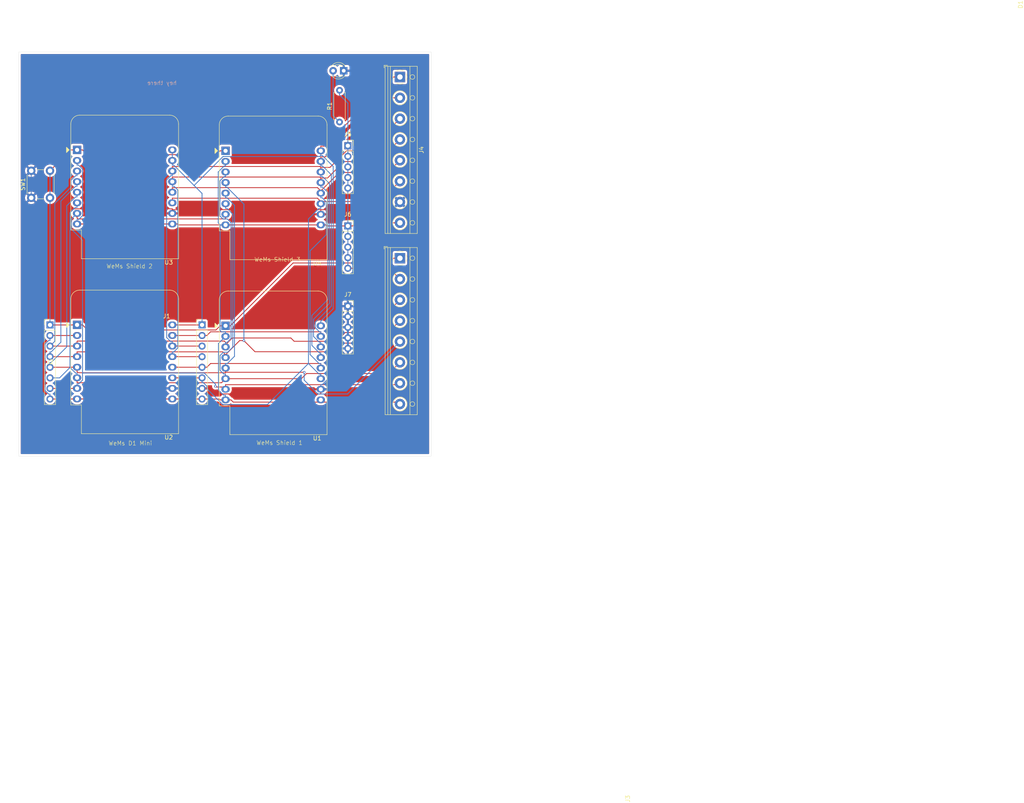
<source format=kicad_pcb>
(kicad_pcb (version 20240108) (generator "pcbnew") (generator_version "8.0")
  (layers (0 "F.Cu" signal) (31 "B.Cu" signal) (34 "B.Paste" user) (35 "F.Paste" user) (36 "B.SilkS" user "B.Silkscreen") (37 "F.SilkS" user "F.Silkscreen") (38 "B.Mask" user) (39 "F.Mask" user) (44 "Edge.Cuts" user))
  (net 0 "")
  (net 1 "Net-(D1-A)")
  (net 2 "GND")
  (net 3 "Net-(J1-Pin_1)")
  (net 4 "Net-(J1-Pin_4)")
  (net 5 "Net-(J1-Pin_8)")
  (net 6 "Net-(J1-Pin_2)")
  (net 7 "Net-(J1-Pin_6)")
  (net 8 "Net-(J1-Pin_3)")
  (net 9 "Net-(J1-Pin_5)")
  (net 10 "Net-(J2-Pin_7)")
  (net 11 "Net-(J2-Pin_3)")
  (net 12 "Net-(J2-Pin_6)")
  (net 13 "Net-(J2-Pin_4)")
  (net 14 "Net-(J2-Pin_1)")
  (net 15 "Net-(J2-Pin_5)")
  (footprint "Connector_PinSocket_2.54mm:PinSocket_1x05_P2.54mm_Vertical" (layer "F.Cu") (at 187 68.25)
    (property "Reference" "J6")
    (property "Value" "Conn_01x05_Pin  - 3.3v")
  )
  (footprint "Module:WEMOS_D1_mini_light" (layer "F.Cu") (at 122 50)
    (property "Reference" "U3")
    (property "Value" "WeMos_D1_mini")
  )
  (footprint "TerminalBlock_RND:TerminalBlock_RND_205-00018_1x08_P5.00mm_Horizontal" (layer "F.Cu") (at 199.5 32.5 -90)
    (property "Reference" "J4")
    (property "Value" "Conn_01x08_Pin - R")
  )
  (footprint "Module:WEMOS_D1_mini_light" (layer "F.Cu") (at 122 92)
    (property "Reference" "U2")
    (property "Value" "WeMos_D1_mini")
  )
  (footprint "Module:WEMOS_D1_mini_light" (layer "F.Cu") (at 157.64 50.22)
    (property "Reference" "U4")
    (property "Value" "WeMos_D1_mini")
  )
  (footprint "Connector_PinHeader_2.54mm:PinHeader_1x08_P2.54mm_Vertical" (layer "F.Cu") (at 115.5 92.015)
    (property "Reference" "J2")
    (property "Value" "Conn_01x08_Pin - L")
  )
  (footprint "Resistor_THT:R_Axial_DIN0207_L6.3mm_D2.5mm_P7.62mm_Horizontal" (layer "F.Cu") (at 185 43.31 90)
    (property "Reference" "R1")
    (property "Value" "R")
  )
  (footprint "Connector_PinSocket_2.54mm:PinSocket_1x05_P2.54mm_Vertical" (layer "F.Cu") (at 187 49)
    (property "Reference" "J5")
    (property "Value" "Conn_01x05_Pin - 5v")
  )
  (footprint "Connector_PinHeader_2.54mm:PinHeader_1x08_P2.54mm_Vertical" (layer "F.Cu") (at 152 92.015)
    (property "Reference" "J1")
    (property "Value" "Conn_01x08_Pin - R")
  )
  (footprint "LED_THT:LED_D3.0mm" (layer "F.Cu") (at 186 31 180)
    (property "Reference" "D1")
    (property "Value" "LED")
  )
  (footprint "TerminalBlock_RND:TerminalBlock_RND_205-00018_1x08_P5.00mm_Horizontal" (layer "F.Cu") (at 199.5 76 -90)
    (property "Reference" "J3")
    (property "Value" "Conn_01x08_Pin - L")
  )
  (footprint "Module:WEMOS_D1_mini_light" (layer "F.Cu") (at 157.64 92.22)
    (property "Reference" "U1")
    (property "Value" "WeMos_D1_mini")
  )
  (footprint "Button_Switch_THT:SW_PUSH_6mm_H5mm" (layer "F.Cu") (at 111 61.5 90)
    (property "Reference" "SW1")
    (property "Value" "SW_Push")
  )
  (footprint "Connector_PinSocket_2.54mm:PinSocket_1x05_P2.54mm_Vertical" (layer "F.Cu") (at 187 87.5)
    (property "Reference" "J7")
    (property "Value" "Conn_01x05_Pin - G")
  )
  (gr_rect (start 108 26.5) (end 207 123.5) (stroke (width 0.05)) (fill none) (layer "Edge.Cuts"))
  (gr_text "hey there\n" (at 146 34.5 0) (layer "B.SilkS") (effects (font (size 1 1) (thickness 0.1)) (justify left bottom mirror)))
  (gr_text "WeMs Shield 3\n\n" (at 164.5 78.5 0) (layer "F.SilkS") (effects (font (size 1 1) (thickness 0.1)) (justify left bottom)))
  (gr_text "WeMs Shield 2\n" (at 129 78.5 0) (layer "F.SilkS") (effects (font (size 1 1) (thickness 0.1)) (justify left bottom)))
  (gr_text "WeMs D1 Mini\n" (at 129.5 121 0) (layer "F.SilkS") (effects (font (size 1 1) (thickness 0.1)) (justify left bottom)))
  (gr_text "WeMs Shield 1\n\n" (at 165 122.5 0) (layer "F.SilkS") (effects (font (size 1 1) (thickness 0.1)) (justify left bottom)))
  (segment (start 183.46 41.77) (end 185 43.31) (width 0.2) (layer "B.Cu") (net 1))
  (segment (start 183.46 31) (end 183.46 41.77) (width 0.2) (layer "B.Cu") (net 1))
  (segment (start 113.6383 64.1383) (end 144.86 64.1383) (width 0.2) (layer "F.Cu") (net 2))
  (segment (start 180.4908 64.3491) (end 180.5 64.3583) (width 0.2) (layer "F.Cu") (net 2))
  (segment (start 199.5 62.5) (end 197.6417 64.3583) (width 0.2) (layer "F.Cu") (net 2))
  (segment (start 180.5 65.46) (end 180.5 64.3583) (width 0.2) (layer "F.Cu") (net 2))
  (segment (start 146.1767 107.255) (end 146.1617 107.24) (width 0.2) (layer "F.Cu") (net 2))
  (segment (start 144.86 64.3491) (end 180.4908 64.3491) (width 0.2) (layer "F.Cu") (net 2))
  (segment (start 152 107.255) (end 146.1767 107.255) (width 0.2) (layer "F.Cu") (net 2))
  (segment (start 154.4584 108.5617) (end 153.1517 107.255) (width 0.2) (layer "F.Cu") (net 2))
  (segment (start 144.86 65.24) (end 144.86 64.3491) (width 0.2) (layer "F.Cu") (net 2))
  (segment (start 111 61.5) (end 113.6383 64.1383) (width 0.2) (layer "F.Cu") (net 2))
  (segment (start 180.5 107.46) (end 180.5 108.5617) (width 0.2) (layer "F.Cu") (net 2))
  (segment (start 144.86 107.24) (end 146.1617 107.24) (width 0.2) (layer "F.Cu") (net 2))
  (segment (start 152 107.255) (end 153.1517 107.255) (width 0.2) (layer "F.Cu") (net 2))
  (segment (start 144.86 64.3491) (end 144.86 64.1383) (width 0.2) (layer "F.Cu") (net 2))
  (segment (start 180.5 108.5617) (end 154.4584 108.5617) (width 0.2) (layer "F.Cu") (net 2))
  (segment (start 197.6417 64.3583) (end 180.5 64.3583) (width 0.2) (layer "F.Cu") (net 2))
  (segment (start 180.8283 106.3583) (end 180.5 106.3583) (width 0.2) (layer "B.Cu") (net 2))
  (segment (start 187 87.5) (end 187 86.3483) (width 0.2) (layer "B.Cu") (net 2))
  (segment (start 188.1517 51.1517) (end 199.5 62.5) (width 0.2) (layer "B.Cu") (net 2))
  (segment (start 180.5 107.46) (end 180.5 106.3583) (width 0.2) (layer "B.Cu") (net 2))
  (segment (start 111 55) (end 111 61.5) (width 0.2) (layer "B.Cu") (net 2))
  (segment (start 188.1517 85.1966) (end 188.1517 73.8483) (width 0.2) (layer "B.Cu") (net 2))
  (segment (start 186 32.2017) (end 188.1517 34.3534) (width 0.2) (layer "B.Cu") (net 2))
  (segment (start 187 95.12) (end 187 97.66) (width 0.2) (layer "B.Cu") (net 2))
  (segment (start 187 92.58) (end 187 90.04) (width 0.2) (layer "B.Cu") (net 2))
  (segment (start 188.1517 34.3534) (end 188.1517 51.1517) (width 0.2) (layer "B.Cu") (net 2))
  (segment (start 187 100.1866) (end 180.8283 106.3583) (width 0.2) (layer "B.Cu") (net 2))
  (segment (start 187 95.12) (end 187 92.58) (width 0.2) (layer "B.Cu") (net 2))
  (segment (start 188.1517 73.8483) (end 199.5 62.5) (width 0.2) (layer "B.Cu") (net 2))
  (segment (start 187 86.3483) (end 188.1517 85.1966) (width 0.2) (layer "B.Cu") (net 2))
  (segment (start 187 90.04) (end 187 87.5) (width 0.2) (layer "B.Cu") (net 2))
  (segment (start 187 97.66) (end 187 100.1866) (width 0.2) (layer "B.Cu") (net 2))
  (segment (start 186 31) (end 186 32.2017) (width 0.2) (layer "B.Cu") (net 2))
  (segment (start 146.1767 92.015) (end 146.1617 92) (width 0.2) (layer "F.Cu") (net 3))
  (segment (start 180.5 50.22) (end 180.5 49.1183) (width 0.2) (layer "F.Cu") (net 3))
  (segment (start 144.86 92) (end 146.1617 92) (width 0.2) (layer "F.Cu") (net 3))
  (segment (start 197.9483 32.5) (end 181.33 49.1183) (width 0.2) (layer "F.Cu") (net 3))
  (segment (start 181.33 49.1183) (end 180.5 49.1183) (width 0.2) (layer "F.Cu") (net 3))
  (segment (start 152 92.015) (end 146.1767 92.015) (width 0.2) (layer "F.Cu") (net 3))
  (segment (start 199.5 32.5) (end 197.9483 32.5) (width 0.2) (layer "F.Cu") (net 3))
  (segment (start 180.5 50.22) (end 180.5 51.3217) (width 0.2) (layer "B.Cu") (net 3))
  (segment (start 152 92.015) (end 152 60.4534) (width 0.2) (layer "B.Cu") (net 3))
  (segment (start 183.4858 88.1325) (end 183.4858 53.9792) (width 0.2) (layer "B.Cu") (net 3))
  (segment (start 180.5 92.22) (end 180.5 91.1183) (width 0.2) (layer "B.Cu") (net 3))
  (segment (start 144.86 52.54) (end 144.86 53.6417) (width 0.2) (layer "B.Cu") (net 3))
  (segment (start 180.2317 51.59) (end 157.0417 51.59) (width 0.2) (layer "B.Cu") (net 3))
  (segment (start 157.0417 51.59) (end 150.0892 58.5425) (width 0.2) (layer "B.Cu") (net 3))
  (segment (start 180.5 91.1183) (end 183.4858 88.1325) (width 0.2) (layer "B.Cu") (net 3))
  (segment (start 150.0892 58.5425) (end 145.1883 53.6417) (width 0.2) (layer "B.Cu") (net 3))
  (segment (start 144.86 50) (end 144.86 52.54) (width 0.2) (layer "B.Cu") (net 3))
  (segment (start 180.5 51.3217) (end 180.2317 51.59) (width 0.2) (layer "B.Cu") (net 3))
  (segment (start 180.8283 51.3217) (end 180.5 51.3217) (width 0.2) (layer "B.Cu") (net 3))
  (segment (start 152 60.4534) (end 150.0892 58.5425) (width 0.2) (layer "B.Cu") (net 3))
  (segment (start 183.4858 53.9792) (end 180.8283 51.3217) (width 0.2) (layer "B.Cu") (net 3))
  (segment (start 145.1883 53.6417) (end 144.86 53.6417) (width 0.2) (layer "B.Cu") (net 3))
  (segment (start 182.1301 56.7383) (end 180.5 56.7383) (width 0.2) (layer "F.Cu") (net 4))
  (segment (start 144.86 99.62) (end 146.1617 99.62) (width 0.2) (layer "F.Cu") (net 4))
  (segment (start 199.5 47.5) (end 194.19 52.81) (width 0.2) (layer "F.Cu") (net 4))
  (segment (start 180.28 56.5183) (end 180.5 56.7383) (width 0.2) (layer "F.Cu") (net 4))
  (segment (start 144.86 56.5183) (end 180.28 56.5183) (width 0.2) (layer "F.Cu") (net 4))
  (segment (start 146.1617 99.62) (end 146.1767 99.635) (width 0.2) (layer "F.Cu") (net 4))
  (segment (start 146.1767 99.635) (end 152 99.635) (width 0.2) (layer "F.Cu") (net 4))
  (segment (start 144.86 57.62) (end 144.86 56.5183) (width 0.2) (layer "F.Cu") (net 4))
  (segment (start 186.0584 52.81) (end 182.1301 56.7383) (width 0.2) (layer "F.Cu") (net 4))
  (segment (start 180.5 57.84) (end 180.5 56.7383) (width 0.2) (layer "F.Cu") (net 4))
  (segment (start 194.19 52.81) (end 186.0584 52.81) (width 0.2) (layer "F.Cu") (net 4))
  (segment (start 182.2123 85.9048) (end 178.3538 89.7633) (width 0.2) (layer "B.Cu") (net 4))
  (segment (start 180.9131 58.9417) (end 182.2123 60.2409) (width 0.2) (layer "B.Cu") (net 4))
  (segment (start 180.5 99.84) (end 180.5 98.7383) (width 0.2) (layer "B.Cu") (net 4))
  (segment (start 146.1747 59.6233) (end 146.1747 97.5319) (width 0.2) (layer "B.Cu") (net 4))
  (segment (start 180.5 57.84) (end 180.5 58.9417) (width 0.2) (layer "B.Cu") (net 4))
  (segment (start 178.3538 96.9204) (end 180.1717 98.7383) (width 0.2) (layer "B.Cu") (net 4))
  (segment (start 144.86 57.62) (end 144.86 58.7217) (width 0.2) (layer "B.Cu") (net 4))
  (segment (start 178.3538 89.7633) (end 178.3538 96.9204) (width 0.2) (layer "B.Cu") (net 4))
  (segment (start 145.1883 98.5183) (end 144.86 98.5183) (width 0.2) (layer "B.Cu") (net 4))
  (segment (start 180.5 58.9417) (end 180.9131 58.9417) (width 0.2) (layer "B.Cu") (net 4))
  (segment (start 146.1747 97.5319) (end 145.1883 98.5183) (width 0.2) (layer "B.Cu") (net 4))
  (segment (start 144.86 99.62) (end 144.86 98.5183) (width 0.2) (layer "B.Cu") (net 4))
  (segment (start 182.2123 60.2409) (end 182.2123 85.9048) (width 0.2) (layer "B.Cu") (net 4))
  (segment (start 144.86 58.7217) (end 145.2731 58.7217) (width 0.2) (layer "B.Cu") (net 4))
  (segment (start 180.1717 98.7383) (end 180.5 98.7383) (width 0.2) (layer "B.Cu") (net 4))
  (segment (start 145.2731 58.7217) (end 146.1747 59.6233) (width 0.2) (layer "B.Cu") (net 4))
  (segment (start 144.86 67.78) (end 146.1617 67.78) (width 0.2) (layer "F.Cu") (net 5))
  (segment (start 144.86 109.78) (end 122 109.78) (width 0.2) (layer "F.Cu") (net 5))
  (segment (start 199.0508 110.5508) (end 199.5 111) (width 0.2) (layer "F.Cu") (net 5))
  (segment (start 157.64 110) (end 156.3383 110) (width 0.2) (layer "F.Cu") (net 5))
  (segment (start 188.9017 67.5) (end 188.1517 68.25) (width 0.2) (layer "F.Cu") (net 5))
  (segment (start 120.6833 109.795) (end 120.6983 109.78) (width 0.2) (layer "F.Cu") (net 5))
  (segment (start 199.5 81) (end 196.91 78.41) (width 0.2) (layer "F.Cu") (net 5))
  (segment (start 196.91 78.41) (end 187 78.41) (width 0.2) (layer "F.Cu") (net 5))
  (segment (start 144.86 109.78) (end 146.1617 109.78) (width 0.2) (layer "F.Cu") (net 5))
  (segment (start 159.4925 110.5508) (end 180.5 110.5508) (width 0.2) (layer "F.Cu") (net 5))
  (segment (start 115.5 94.555) (end 120.6833 94.555) (width 0.2) (layer "F.Cu") (net 5))
  (segment (start 180.5 68) (end 181.8017 68) (width 0.2) (layer "F.Cu") (net 5))
  (segment (start 156.1333 109.795) (end 152 109.795) (width 0.2) (layer "F.Cu") (net 5))
  (segment (start 180.5 68) (end 157.64 68) (width 0.2) (layer "F.Cu") (net 5))
  (segment (start 120.6833 94.555) (end 120.6983 94.54) (width 0.2) (layer "F.Cu") (net 5))
  (segment (start 122 94.54) (end 120.6983 94.54) (width 0.2) (layer "F.Cu") (net 5))
  (segment (start 187 68.25) (end 182.0517 68.25) (width 0.2) (layer "F.Cu") (net 5))
  (segment (start 180.5 110.5508) (end 199.0508 110.5508) (width 0.2) (layer "F.Cu") (net 5))
  (segment (start 157.64 68) (end 146.3817 68) (width 0.2) (layer "F.Cu") (net 5))
  (segment (start 158.9417 110) (end 159.4925 110.5508) (width 0.2) (layer "F.Cu") (net 5))
  (segment (start 180.5 110) (end 180.5 110.5508) (width 0.2) (layer "F.Cu") (net 5))
  (segment (start 156.3383 110) (end 156.1333 109.795) (width 0.2) (layer "F.Cu") (net 5))
  (segment (start 152 109.795) (end 146.1767 109.795) (width 0.2) (layer "F.Cu") (net 5))
  (segment (start 187.5759 68.25) (end 188.1517 68.25) (width 0.2) (layer "F.Cu") (net 5))
  (segment (start 157.64 110) (end 158.9417 110) (width 0.2) (layer "F.Cu") (net 5))
  (segment (start 146.3817 68) (end 146.1617 67.78) (width 0.2) (layer "F.Cu") (net 5))
  (segment (start 182.0517 68.25) (end 181.8017 68) (width 0.2) (layer "F.Cu") (net 5))
  (segment (start 115.5 109.795) (end 120.6833 109.795) (width 0.2) (layer "F.Cu") (net 5))
  (segment (start 122 67.78) (end 144.86 67.78) (width 0.2) (layer "F.Cu") (net 5))
  (segment (start 146.1767 109.795) (end 146.1617 109.78) (width 0.2) (layer "F.Cu") (net 5))
  (segment (start 199.5 67.5) (end 188.9017 67.5) (width 0.2) (layer "F.Cu") (net 5))
  (segment (start 187.5759 68.25) (end 187 68.25) (width 0.2) (layer "F.Cu") (net 5))
  (segment (start 122 109.78) (end 120.6983 109.78) (width 0.2) (layer "F.Cu") (net 5))
  (segment (start 115.5 94.555) (end 115.5 95.7067) (width 0.2) (layer "B.Cu") (net 5))
  (segment (start 187 78.41) (end 187 75.87) (width 0.2) (layer "B.Cu") (net 5))
  (segment (start 157.64 94.76) (end 157.64 93.6583) (width 0.2) (layer "B.Cu") (net 5))
  (segment (start 157.64 94.76) (end 155.9289 96.4711) (width 0.2) (layer "B.Cu") (net 5))
  (segment (start 187 70.79) (end 187 68.25) (width 0.2) (layer "B.Cu") (net 5))
  (segment (start 115.2315 95.7067) (end 115.5 95.7067) (width 0.2) (layer "B.Cu") (net 5))
  (segment (start 156.3362 93.3449) (end 156.6496 93.6583) (width 0.2) (layer "B.Cu") (net 5))
  (segment (start 115.2121 108.6433) (end 114.3419 107.7731) (width 0.2) (layer "B.Cu") (net 5))
  (segment (start 187 38.7917) (end 187 49) (width 0.2) (layer "B.Cu") (net 5))
  (segment (start 115.5 109.795) (end 115.5 108.6433) (width 0.2) (layer "B.Cu") (net 5))
  (segment (start 185 35.69) (end 185 36.7917) (width 0.2) (layer "B.Cu") (net 5))
  (segment (start 155.9289 96.4711) (end 155.9289 107.6003) (width 0.2) (layer "B.Cu") (net 5))
  (segment (start 157.2269 108.8983) (end 157.64 108.8983) (width 0.2) (layer "B.Cu") (net 5))
  (segment (start 187 54.08) (end 187 51.54) (width 0.2) (layer "B.Cu") (net 5))
  (segment (start 155.8885 67.5523) (end 156.3362 68) (width 0.2) (layer "B.Cu") (net 5))
  (segment (start 157.64 110) (end 157.64 108.8983) (width 0.2) (layer "B.Cu") (net 5))
  (segment (start 123.3018 65.7896) (end 123.3018 54.6152) (width 0.2) (layer "B.Cu") (net 5))
  (segment (start 187 59.16) (end 187 68.25) (width 0.2) (layer "B.Cu") (net 5))
  (segment (start 122 52.54) (end 122 53.6417) (width 0.2) (layer "B.Cu") (net 5))
  (segment (start 155.9289 107.6003) (end 157.2269 108.8983) (width 0.2) (layer "B.Cu") (net 5))
  (segment (start 122.3283 53.6417) (end 122 53.6417) (width 0.2) (layer "B.Cu") (net 5))
  (segment (start 187 51.54) (end 187 49) (width 0.2) (layer "B.Cu") (net 5))
  (segment (start 156.3362 68) (end 157.64 68) (width 0.2) (layer "B.Cu") (net 5))
  (segment (start 122 66.6783) (end 122.4131 66.6783) (width 0.2) (layer "B.Cu") (net 5))
  (segment (start 185 36.7917) (end 187 38.7917) (width 0.2) (layer "B.Cu") (net 5))
  (segment (start 187 56.62) (end 187 54.08) (width 0.2) (layer "B.Cu") (net 5))
  (segment (start 157.64 53.8617) (end 157.3117 53.8617) (width 0.2) (layer "B.Cu") (net 5))
  (segment (start 122.4131 66.6783) (end 123.3018 65.7896) (width 0.2) (layer "B.Cu") (net 5))
  (segment (start 157.64 52.76) (end 157.64 53.8617) (width 0.2) (layer "B.Cu") (net 5))
  (segment (start 114.3419 107.7731) (end 114.3419 96.5963) (width 0.2) (layer "B.Cu") (net 5))
  (segment (start 187 73.33) (end 187 70.79) (width 0.2) (layer "B.Cu") (net 5))
  (segment (start 157.3117 53.8617) (end 155.8885 55.2849) (width 0.2) (layer "B.Cu") (net 5))
  (segment (start 115.5 108.6433) (end 115.2121 108.6433) (width 0.2) (layer "B.Cu") (net 5))
  (segment (start 114.3419 96.5963) (end 115.2315 95.7067) (width 0.2) (layer "B.Cu") (net 5))
  (segment (start 187 56.62) (end 187 59.16) (width 0.2) (layer "B.Cu") (net 5))
  (segment (start 155.8885 55.2849) (end 155.8885 67.5523) (width 0.2) (layer "B.Cu") (net 5))
  (segment (start 123.3018 54.6152) (end 122.3283 53.6417) (width 0.2) (layer "B.Cu") (net 5))
  (segment (start 187 75.87) (end 187 73.33) (width 0.2) (layer "B.Cu") (net 5))
  (segment (start 156.6496 93.6583) (end 157.64 93.6583) (width 0.2) (layer "B.Cu") (net 5))
  (segment (start 156.3362 68) (end 156.3362 93.3449) (width 0.2) (layer "B.Cu") (net 5))
  (segment (start 122 67.78) (end 122 66.6783) (width 0.2) (layer "B.Cu") (net 5))
  (segment (start 180.5 52.76) (end 180.5 51.6583) (width 0.2) (layer "F.Cu") (net 6))
  (segment (start 181.6017 51.6583) (end 180.5 51.6583) (width 0.2) (layer "F.Cu") (net 6))
  (segment (start 146.1617 94.54) (end 146.1767 94.555) (width 0.2) (layer "F.Cu") (net 6))
  (segment (start 152 94.555) (end 153.1517 94.555) (width 0.2) (layer "F.Cu") (net 6))
  (segment (start 180.5 93.6583) (end 154.0484 93.6583) (width 0.2) (layer "F.Cu") (net 6))
  (segment (start 144.86 94.54) (end 146.1617 94.54) (width 0.2) (layer "F.Cu") (net 6))
  (segment (start 154.0484 93.6583) (end 153.1517 94.555) (width 0.2) (layer "F.Cu") (net 6))
  (segment (start 195.76 37.5) (end 181.6017 51.6583) (width 0.2) (layer "F.Cu") (net 6))
  (segment (start 146.1767 94.555) (end 152 94.555) (width 0.2) (layer "F.Cu") (net 6))
  (segment (start 180.5 94.76) (end 180.5 93.6583) (width 0.2) (layer "F.Cu") (net 6))
  (segment (start 199.5 37.5) (end 195.76 37.5) (width 0.2) (layer "F.Cu") (net 6))
  (segment (start 180.5 93.6583) (end 180.1717 93.6583) (width 0.2) (layer "B.Cu") (net 6))
  (segment (start 180.1717 93.6583) (end 179.1845 92.6711) (width 0.2) (layer "B.Cu") (net 6))
  (segment (start 180.5 52.76) (end 180.5 53.8617) (width 0.2) (layer "B.Cu") (net 6))
  (segment (start 180.5 94.76) (end 180.5 93.6583) (width 0.2) (layer "B.Cu") (net 6))
  (segment (start 183.0348 87.4935) (end 183.0348 55.9834) (width 0.2) (layer "B.Cu") (net 6))
  (segment (start 180.9131 53.8617) (end 180.5 53.8617) (width 0.2) (layer "B.Cu") (net 6))
  (segment (start 183.0348 55.9834) (end 180.9131 53.8617) (width 0.2) (layer "B.Cu") (net 6))
  (segment (start 179.1845 92.6711) (end 179.1845 91.3438) (width 0.2) (layer "B.Cu") (net 6))
  (segment (start 179.1845 91.3438) (end 183.0348 87.4935) (width 0.2) (layer "B.Cu") (net 6))
  (segment (start 179.7119 61.5983) (end 144.86 61.5983) (width 0.2) (layer "F.Cu") (net 7))
  (segment (start 144.86 62.7) (end 144.86 61.5983) (width 0.2) (layer "F.Cu") (net 7))
  (segment (start 146.1767 104.715) (end 146.1617 104.7) (width 0.2) (layer "F.Cu") (net 7))
  (segment (start 152 104.715) (end 146.1767 104.715) (width 0.2) (layer "F.Cu") (net 7))
  (segment (start 194.6136 62.3864) (end 180.5 62.3864) (width 0.2) (layer "F.Cu") (net 7))
  (segment (start 180.5 62.92) (end 180.5 62.3864) (width 0.2) (layer "F.Cu") (net 7))
  (segment (start 180.5 62.3864) (end 179.7119 61.5983) (width 0.2) (layer "F.Cu") (net 7))
  (segment (start 199.5 57.5) (end 194.6136 62.3864) (width 0.2) (layer "F.Cu") (net 7))
  (segment (start 144.86 104.7) (end 146.1617 104.7) (width 0.2) (layer "F.Cu") (net 7))
  (segment (start 152 104.715) (end 152 105.8667) (width 0.2) (layer "B.Cu") (net 7))
  (segment (start 180.5 64.0217) (end 180.0869 64.0217) (width 0.2) (layer "B.Cu") (net 7))
  (segment (start 180.5 62.92) (end 180.5 64.0217) (width 0.2) (layer "B.Cu") (net 7))
  (segment (start 167.6867 111.1143) (end 156.9615 111.1143) (width 0.2) (layer "B.Cu") (net 7))
  (segment (start 177.5348 101.2662) (end 180.0869 103.8183) (width 0.2) (layer "B.Cu") (net 7))
  (segment (start 152.288 105.8667) (end 152 105.8667) (width 0.2) (layer "B.Cu") (net 7))
  (segment (start 153.1517 107.3045) (end 153.1517 106.7304) (width 0.2) (layer "B.Cu") (net 7))
  (segment (start 153.1517 106.7304) (end 152.288 105.8667) (width 0.2) (layer "B.Cu") (net 7))
  (segment (start 156.9615 111.1143) (end 153.1517 107.3045) (width 0.2) (layer "B.Cu") (net 7))
  (segment (start 180.0869 64.0217) (end 177.5348 66.5738) (width 0.2) (layer "B.Cu") (net 7))
  (segment (start 177.5348 66.5738) (end 177.5348 101.2662) (width 0.2) (layer "B.Cu") (net 7))
  (segment (start 180.0869 103.8183) (end 180.5 103.8183) (width 0.2) (layer "B.Cu") (net 7))
  (segment (start 180.5 104.92) (end 180.5 103.8183) (width 0.2) (layer "B.Cu") (net 7))
  (segment (start 177.5348 101.2662) (end 167.6867 111.1143) (width 0.2) (layer "B.Cu") (net 7))
  (segment (start 144.86 53.9783) (end 180.28 53.9783) (width 0.2) (layer "F.Cu") (net 8))
  (segment (start 191.79 50.21) (end 186.6861 50.21) (width 0.2) (layer "F.Cu") (net 8))
  (segment (start 182.6978 54.1983) (end 180.5 54.1983) (width 0.2) (layer "F.Cu") (net 8))
  (segment (start 180.28 53.9783) (end 180.5 54.1983) (width 0.2) (layer "F.Cu") (net 8))
  (segment (start 186.6861 50.21) (end 182.6978 54.1983) (width 0.2) (layer "F.Cu") (net 8))
  (segment (start 144.86 97.08) (end 146.1617 97.08) (width 0.2) (layer "F.Cu") (net 8))
  (segment (start 199.5 42.5) (end 191.79 50.21) (width 0.2) (layer "F.Cu") (net 8))
  (segment (start 180.5 55.3) (end 180.5 54.1983) (width 0.2) (layer "F.Cu") (net 8))
  (segment (start 152 97.095) (end 146.1767 97.095) (width 0.2) (layer "F.Cu") (net 8))
  (segment (start 146.1767 97.095) (end 146.1617 97.08) (width 0.2) (layer "F.Cu") (net 8))
  (segment (start 144.86 55.08) (end 144.86 53.9783) (width 0.2) (layer "F.Cu") (net 8))
  (segment (start 143.5102 57.2032) (end 144.5317 56.1817) (width 0.2) (layer "B.Cu") (net 8))
  (segment (start 144.86 97.08) (end 144.86 95.9783) (width 0.2) (layer "B.Cu") (net 8))
  (segment (start 180.5 55.3) (end 180.5 56.4017) (width 0.2) (layer "B.Cu") (net 8))
  (segment (start 182.614 58.1026) (end 182.614 86.7925) (width 0.2) (layer "B.Cu") (net 8))
  (segment (start 144.86 95.9783) (end 144.4469 95.9783) (width 0.2) (layer "B.Cu") (net 8))
  (segment (start 180.5 56.4017) (end 180.9131 56.4017) (width 0.2) (layer "B.Cu") (net 8))
  (segment (start 144.4469 95.9783) (end 143.5102 95.0416) (width 0.2) (layer "B.Cu") (net 8))
  (segment (start 144.86 55.08) (end 144.86 56.1817) (width 0.2) (layer "B.Cu") (net 8))
  (segment (start 143.5102 95.0416) (end 143.5102 57.2032) (width 0.2) (layer "B.Cu") (net 8))
  (segment (start 178.7692 90.6373) (end 178.7692 94.7958) (width 0.2) (layer "B.Cu") (net 8))
  (segment (start 182.614 86.7925) (end 178.7692 90.6373) (width 0.2) (layer "B.Cu") (net 8))
  (segment (start 180.1717 96.1983) (end 180.5 96.1983) (width 0.2) (layer "B.Cu") (net 8))
  (segment (start 180.9131 56.4017) (end 182.614 58.1026) (width 0.2) (layer "B.Cu") (net 8))
  (segment (start 144.5317 56.1817) (end 144.86 56.1817) (width 0.2) (layer "B.Cu") (net 8))
  (segment (start 180.5 97.3) (end 180.5 96.1983) (width 0.2) (layer "B.Cu") (net 8))
  (segment (start 178.7692 94.7958) (end 180.1717 96.1983) (width 0.2) (layer "B.Cu") (net 8))
  (segment (start 180.5 59.8464) (end 179.7119 59.0583) (width 0.2) (layer "F.Cu") (net 9))
  (segment (start 152 102.175) (end 153.1517 102.175) (width 0.2) (layer "F.Cu") (net 9))
  (segment (start 179.7119 59.0583) (end 144.86 59.0583) (width 0.2) (layer "F.Cu") (net 9))
  (segment (start 180.5 102.38) (end 180.5 101.2783) (width 0.2) (layer "F.Cu") (net 9))
  (segment (start 146.1617 102.16) (end 146.1767 102.175) (width 0.2) (layer "F.Cu") (net 9))
  (segment (start 180.5 101.2783) (end 154.0484 101.2783) (width 0.2) (layer "F.Cu") (net 9))
  (segment (start 184.9213 55.4251) (end 196.5749 55.4251) (width 0.2) (layer "F.Cu") (net 9))
  (segment (start 154.0484 101.2783) (end 153.1517 102.175) (width 0.2) (layer "F.Cu") (net 9))
  (segment (start 146.1767 102.175) (end 152 102.175) (width 0.2) (layer "F.Cu") (net 9))
  (segment (start 196.5749 55.4251) (end 199.5 52.5) (width 0.2) (layer "F.Cu") (net 9))
  (segment (start 144.86 102.16) (end 146.1617 102.16) (width 0.2) (layer "F.Cu") (net 9))
  (segment (start 180.5 60.38) (end 180.5 59.8464) (width 0.2) (layer "F.Cu") (net 9))
  (segment (start 180.5 59.8464) (end 184.9213 55.4251) (width 0.2) (layer "F.Cu") (net 9))
  (segment (start 144.86 60.16) (end 144.86 59.0583) (width 0.2) (layer "F.Cu") (net 9))
  (segment (start 181.8066 62.46) (end 181.8066 70.3601) (width 0.2) (layer "B.Cu") (net 9))
  (segment (start 180.8283 61.4817) (end 181.8066 62.46) (width 0.2) (layer "B.Cu") (net 9))
  (segment (start 177.9417 74.225) (end 177.9417 99.1331) (width 0.2) (layer "B.Cu") (net 9))
  (segment (start 181.8066 70.3601) (end 177.9417 74.225) (width 0.2) (layer "B.Cu") (net 9))
  (segment (start 180.5 60.38) (end 180.5 61.4817) (width 0.2) (layer "B.Cu") (net 9))
  (segment (start 180.5 61.4817) (end 180.8283 61.4817) (width 0.2) (layer "B.Cu") (net 9))
  (segment (start 180.0869 101.2783) (end 180.5 101.2783) (width 0.2) (layer "B.Cu") (net 9))
  (segment (start 177.9417 99.1331) (end 180.0869 101.2783) (width 0.2) (layer "B.Cu") (net 9))
  (segment (start 180.5 102.38) (end 180.5 101.2783) (width 0.2) (layer "B.Cu") (net 9))
  (segment (start 155.3718 106.9091) (end 155.2068 106.7441) (width 0.2) (layer "F.Cu") (net 10))
  (segment (start 199.5 106) (end 199.1417 106.3583) (width 0.2) (layer "F.Cu") (net 10))
  (segment (start 122 107.24) (end 120.6983 107.24) (width 0.2) (layer "F.Cu") (net 10))
  (segment (start 157.64 65.46) (end 157.64 66.5617) (width 0.2) (layer "F.Cu") (net 10))
  (segment (start 157.64 106.9091) (end 155.3718 106.9091) (width 0.2) (layer "F.Cu") (net 10))
  (segment (start 122 65.24) (end 122 66.3417) (width 0.2) (layer "F.Cu") (net 10))
  (segment (start 157.64 107.46) (end 157.64 106.9091) (width 0.2) (layer "F.Cu") (net 10))
  (segment (start 120.6833 107.255) (end 120.6983 107.24) (width 0.2) (layer "F.Cu") (net 10))
  (segment (start 115.5 107.255) (end 120.6833 107.255) (width 0.2) (layer "F.Cu") (net 10))
  (segment (start 122 66.3417) (end 122.22 66.5617) (width 0.2) (layer "F.Cu") (net 10))
  (segment (start 157.64 106.9091) (end 157.64 106.3583) (width 0.2) (layer "F.Cu") (net 10))
  (segment (start 122.22 66.5617) (end 157.64 66.5617) (width 0.2) (layer "F.Cu") (net 10))
  (segment (start 199.1417 106.3583) (end 157.64 106.3583) (width 0.2) (layer "F.Cu") (net 10))
  (via (at 155.2068 106.7441) (size 0.6) (drill 0.3) (layers "F.Cu" "B.Cu") (net 10))
  (segment (start 122 106.1383) (end 122.4131 106.1383) (width 0.2) (layer "B.Cu") (net 10))
  (segment (start 122 107.24) (end 122 106.1383) (width 0.2) (layer "B.Cu") (net 10))
  (segment (start 123.3162 103.5541) (end 123.3162 71.7004) (width 0.2) (layer "B.Cu") (net 10))
  (segment (start 122.4131 106.1383) (end 123.3162 105.2352) (width 0.2) (layer "B.Cu") (net 10))
  (segment (start 120.6983 69.0825) (end 120.6983 66.5417) (width 0.2) (layer "B.Cu") (net 10))
  (segment (start 152.5255 103.5541) (end 123.3162 103.5541) (width 0.2) (layer "B.Cu") (net 10))
  (segment (start 120.6983 66.5417) (end 122 65.24) (width 0.2) (layer "B.Cu") (net 10))
  (segment (start 155.2068 106.2354) (end 152.5255 103.5541) (width 0.2) (layer "B.Cu") (net 10))
  (segment (start 123.3162 71.7004) (end 120.6983 69.0825) (width 0.2) (layer "B.Cu") (net 10))
  (segment (start 123.3162 105.2352) (end 123.3162 103.5541) (width 0.2) (layer "B.Cu") (net 10))
  (segment (start 155.2068 106.7441) (end 155.2068 106.2354) (width 0.2) (layer "B.Cu") (net 10))
  (segment (start 157.64 96.7664) (end 159.263 95.1434) (width 0.2) (layer "F.Cu") (net 11))
  (segment (start 115.5 97.095) (end 120.6833 97.095) (width 0.2) (layer "F.Cu") (net 11))
  (segment (start 122 97.08) (end 122 95.9783) (width 0.2) (layer "F.Cu") (net 11))
  (segment (start 191.65 93.85) (end 199.5 86) (width 0.2) (layer "F.Cu") (net 11))
  (segment (start 157.64 97.3) (end 157.64 96.7664) (width 0.2) (layer "F.Cu") (net 11))
  (segment (start 159.263 95.1434) (end 173.3149 95.1434) (width 0.2) (layer "F.Cu") (net 11))
  (segment (start 157.64 96.7664) (end 157.64 96.1983) (width 0.2) (layer "F.Cu") (net 11))
  (segment (start 184.282 95.938) (end 186.37 93.85) (width 0.2) (layer "F.Cu") (net 11))
  (segment (start 186.37 93.85) (end 191.65 93.85) (width 0.2) (layer "F.Cu") (net 11))
  (segment (start 122 97.08) (end 120.6983 97.08) (width 0.2) (layer "F.Cu") (net 11))
  (segment (start 173.3149 95.1434) (end 174.1095 95.938) (width 0.2) (layer "F.Cu") (net 11))
  (segment (start 157.3311 95.8894) (end 122.0889 95.8894) (width 0.2) (layer "F.Cu") (net 11))
  (segment (start 157.64 96.1983) (end 157.3311 95.8894) (width 0.2) (layer "F.Cu") (net 11))
  (segment (start 122.0889 95.8894) (end 122 95.9783) (width 0.2) (layer "F.Cu") (net 11))
  (segment (start 120.6833 97.095) (end 120.6983 97.08) (width 0.2) (layer "F.Cu") (net 11))
  (segment (start 174.1095 95.938) (end 184.282 95.938) (width 0.2) (layer "F.Cu") (net 11))
  (segment (start 157.3117 56.4017) (end 156.2902 57.4232) (width 0.2) (layer "B.Cu") (net 11))
  (segment (start 157.64 56.4017) (end 157.3117 56.4017) (width 0.2) (layer "B.Cu") (net 11))
  (segment (start 116.6517 95.9433) (end 116.6517 62.8381) (width 0.2) (layer "B.Cu") (net 11))
  (segment (start 157.64 97.3) (end 157.64 96.1983) (width 0.2) (layer "B.Cu") (net 11))
  (segment (start 158.9655 95.2425) (end 158.0097 96.1983) (width 0.2) (layer "B.Cu") (net 11))
  (segment (start 116.6517 62.8381) (end 120.5602 58.9296) (width 0.2) (layer "B.Cu") (net 11))
  (segment (start 157.64 55.3) (end 157.64 56.4017) (width 0.2) (layer "B.Cu") (net 11))
  (segment (start 156.2902 65.8683) (end 156.9836 66.5617) (width 0.2) (layer "B.Cu") (net 11))
  (segment (start 158.0097 96.1983) (end 157.64 96.1983) (width 0.2) (layer "B.Cu") (net 11))
  (segment (start 115.5 97.095) (end 116.6517 95.9433) (width 0.2) (layer "B.Cu") (net 11))
  (segment (start 158.9655 67.4965) (end 158.9655 95.2425) (width 0.2) (layer "B.Cu") (net 11))
  (segment (start 156.9836 66.5617) (end 158.0307 66.5617) (width 0.2) (layer "B.Cu") (net 11))
  (segment (start 120.5602 58.9296) (end 120.5602 57.2932) (width 0.2) (layer "B.Cu") (net 11))
  (segment (start 122 55.08) (end 122 56.1817) (width 0.2) (layer "B.Cu") (net 11))
  (segment (start 120.5602 57.2932) (end 121.6717 56.1817) (width 0.2) (layer "B.Cu") (net 11))
  (segment (start 156.2902 57.4232) (end 156.2902 65.8683) (width 0.2) (layer "B.Cu") (net 11))
  (segment (start 121.6717 56.1817) (end 122 56.1817) (width 0.2) (layer "B.Cu") (net 11))
  (segment (start 158.0307 66.5617) (end 158.9655 67.4965) (width 0.2) (layer "B.Cu") (net 11))
  (segment (start 177.0731 103.6817) (end 196.8183 103.6817) (width 0.2) (layer "F.Cu") (net 12))
  (segment (start 122 105.8017) (end 122.0848 105.8865) (width 0.2) (layer "F.Cu") (net 12))
  (segment (start 175.8348 104.92) (end 177.0731 103.6817) (width 0.2) (layer "F.Cu") (net 12))
  (segment (start 122 104.7) (end 122 105.8017) (width 0.2) (layer "F.Cu") (net 12))
  (segment (start 122.0848 105.8865) (end 156.6735 105.8865) (width 0.2) (layer "F.Cu") (net 12))
  (segment (start 196.8183 103.6817) (end 199.5 101) (width 0.2) (layer "F.Cu") (net 12))
  (segment (start 156.6735 105.8865) (end 157.64 104.92) (width 0.2) (layer "F.Cu") (net 12))
  (segment (start 157.64 104.92) (end 175.8348 104.92) (width 0.2) (layer "F.Cu") (net 12))
  (segment (start 120.2966 65.092) (end 120.2966 102.2232) (width 0.2) (layer "B.Cu") (net 12))
  (segment (start 156.3352 99.3427) (end 157.1079 98.57) (width 0.2) (layer "B.Cu") (net 12))
  (segment (start 122 62.7) (end 122 63.8017) (width 0.2) (layer "B.Cu") (net 12))
  (segment (start 157.64 104.92) (end 157.64 103.8183) (width 0.2) (layer "B.Cu") (net 12))
  (segment (start 159.3741 97.3345) (end 159.3741 65.4275) (width 0.2) (layer "B.Cu") (net 12))
  (segment (start 122 104.7) (end 122 103.5983) (width 0.2) (layer "B.Cu") (net 12))
  (segment (start 157.2269 103.8183) (end 156.3352 102.9266) (width 0.2) (layer "B.Cu") (net 12))
  (segment (start 120.2966 102.2232) (end 121.6717 103.5983) (width 0.2) (layer "B.Cu") (net 12))
  (segment (start 117.8048 104.715) (end 120.2966 102.2232) (width 0.2) (layer "B.Cu") (net 12))
  (segment (start 157.64 103.8183) (end 157.2269 103.8183) (width 0.2) (layer "B.Cu") (net 12))
  (segment (start 157.9683 64.0217) (end 157.64 64.0217) (width 0.2) (layer "B.Cu") (net 12))
  (segment (start 121.5869 63.8017) (end 120.2966 65.092) (width 0.2) (layer "B.Cu") (net 12))
  (segment (start 115.5 104.715) (end 117.8048 104.715) (width 0.2) (layer "B.Cu") (net 12))
  (segment (start 159.3741 65.4275) (end 157.9683 64.0217) (width 0.2) (layer "B.Cu") (net 12))
  (segment (start 121.6717 103.5983) (end 122 103.5983) (width 0.2) (layer "B.Cu") (net 12))
  (segment (start 157.1079 98.57) (end 158.1386 98.57) (width 0.2) (layer "B.Cu") (net 12))
  (segment (start 157.64 62.92) (end 157.64 64.0217) (width 0.2) (layer "B.Cu") (net 12))
  (segment (start 122 63.8017) (end 121.5869 63.8017) (width 0.2) (layer "B.Cu") (net 12))
  (segment (start 158.1386 98.57) (end 159.3741 97.3345) (width 0.2) (layer "B.Cu") (net 12))
  (segment (start 156.3352 102.9266) (end 156.3352 99.3427) (width 0.2) (layer "B.Cu") (net 12))
  (segment (start 161.0187 95.7813) (end 162.041 95.7813) (width 0.2) (layer "F.Cu") (net 13))
  (segment (start 157.64 99.84) (end 157.64 99.2891) (width 0.2) (layer "F.Cu") (net 13))
  (segment (start 156.9474 98.4674) (end 157.64 99.16) (width 0.2) (layer "F.Cu") (net 13))
  (segment (start 164.7009 98.4412) (end 182.3447 98.4412) (width 0.2) (layer "F.Cu") (net 13))
  (segment (start 122 98.5183) (end 122.0509 98.4674) (width 0.2) (layer "F.Cu") (net 13))
  (segment (start 194.11 96.39) (end 199.5 91) (width 0.2) (layer "F.Cu") (net 13))
  (segment (start 122 99.62) (end 120.6983 99.62) (width 0.2) (layer "F.Cu") (net 13))
  (segment (start 157.64 99.2891) (end 157.64 99.16) (width 0.2) (layer "F.Cu") (net 13))
  (segment (start 157.64 99.16) (end 161.0187 95.7813) (width 0.2) (layer "F.Cu") (net 13))
  (segment (start 122.0509 98.4674) (end 156.9474 98.4674) (width 0.2) (layer "F.Cu") (net 13))
  (segment (start 122 99.62) (end 122 98.5183) (width 0.2) (layer "F.Cu") (net 13))
  (segment (start 182.3447 98.4412) (end 184.3959 96.39) (width 0.2) (layer "F.Cu") (net 13))
  (segment (start 184.3959 96.39) (end 194.11 96.39) (width 0.2) (layer "F.Cu") (net 13))
  (segment (start 120.6833 99.635) (end 120.6983 99.62) (width 0.2) (layer "F.Cu") (net 13))
  (segment (start 115.5 99.635) (end 120.6833 99.635) (width 0.2) (layer "F.Cu") (net 13))
  (segment (start 162.041 95.7813) (end 164.7009 98.4412) (width 0.2) (layer "F.Cu") (net 13))
  (via (at 162.041 95.7813) (size 0.6) (drill 0.3) (layers "F.Cu" "B.Cu") (net 13))
  (segment (start 157.9683 58.9417) (end 157.64 58.9417) (width 0.2) (layer "B.Cu") (net 13))
  (segment (start 115.5 99.635) (end 115.5 98.4833) (width 0.2) (layer "B.Cu") (net 13))
  (segment (start 118.1047 96.1666) (end 118.1047 62.2887) (width 0.2) (layer "B.Cu") (net 13))
  (segment (start 162.041 95.7813) (end 162.041 63.0144) (width 0.2) (layer "B.Cu") (net 13))
  (segment (start 157.64 57.84) (end 157.64 58.9417) (width 0.2) (layer "B.Cu") (net 13))
  (segment (start 162.041 63.0144) (end 157.9683 58.9417) (width 0.2) (layer "B.Cu") (net 13))
  (segment (start 118.1047 62.2887) (end 121.6717 58.7217) (width 0.2) (layer "B.Cu") (net 13))
  (segment (start 122 57.62) (end 122 58.7217) (width 0.2) (layer "B.Cu") (net 13))
  (segment (start 115.5 98.4833) (end 115.788 98.4833) (width 0.2) (layer "B.Cu") (net 13))
  (segment (start 115.788 98.4833) (end 118.1047 96.1666) (width 0.2) (layer "B.Cu") (net 13))
  (segment (start 121.6717 58.7217) (end 122 58.7217) (width 0.2) (layer "B.Cu") (net 13))
  (segment (start 124.4404 51.1387) (end 155.4196 51.1387) (width 0.2) (layer "F.Cu") (net 14))
  (segment (start 173.8504 77.14) (end 158.9417 92.0487) (width 0.2) (layer "F.Cu") (net 14))
  (segment (start 155.4196 51.1387) (end 156.3383 50.22) (width 0.2) (layer "F.Cu") (net 14))
  (segment (start 196.8083 77.14) (end 173.8504 77.14) (width 0.2) (layer "F.Cu") (net 14))
  (segment (start 120.5 50) (end 122 50) (width 0.2) (layer "F.Cu") (net 14))
  (segment (start 123.3017 50) (end 124.4404 51.1387) (width 0.2) (layer "F.Cu") (net 14))
  (segment (start 122 92) (end 123.3017 92) (width 0.2) (layer "F.Cu") (net 14))
  (segment (start 199.5 76) (end 197.9483 76) (width 0.2) (layer "F.Cu") (net 14))
  (segment (start 157.64 50.22) (end 156.3383 50.22) (width 0.2) (layer "F.Cu") (net 14))
  (segment (start 123.3017 92) (end 124.5171 93.2154) (width 0.2) (layer "F.Cu") (net 14))
  (segment (start 155.3429 93.2154) (end 156.3383 92.22) (width 0.2) (layer "F.Cu") (net 14))
  (segment (start 115.5 92.015) (end 120.6833 92.015) (width 0.2) (layer "F.Cu") (net 14))
  (segment (start 157.64 92.22) (end 156.3383 92.22) (width 0.2) (layer "F.Cu") (net 14))
  (segment (start 120.6833 92.015) (end 120.6983 92) (width 0.2) (layer "F.Cu") (net 14))
  (segment (start 115.5 55) (end 120.5 50) (width 0.2) (layer "F.Cu") (net 14))
  (segment (start 158.9417 92.0487) (end 158.9417 92.22) (width 0.2) (layer "F.Cu") (net 14))
  (segment (start 124.5171 93.2154) (end 155.3429 93.2154) (width 0.2) (layer "F.Cu") (net 14))
  (segment (start 122 50) (end 123.3017 50) (width 0.2) (layer "F.Cu") (net 14))
  (segment (start 157.64 92.22) (end 158.9417 92.22) (width 0.2) (layer "F.Cu") (net 14))
  (segment (start 122 92) (end 120.6983 92) (width 0.2) (layer "F.Cu") (net 14))
  (segment (start 197.9483 76) (end 196.8083 77.14) (width 0.2) (layer "F.Cu") (net 14))
  (segment (start 115.5 55) (end 115.5 61.5) (width 0.2) (layer "B.Cu") (net 14))
  (segment (start 115.5 92.015) (end 115.5 61.5) (width 0.2) (layer "B.Cu") (net 14))
  (segment (start 122 102.16) (end 120.6983 102.16) (width 0.2) (layer "F.Cu") (net 15))
  (segment (start 122.22 103.4817) (end 157.64 103.4817) (width 0.2) (layer "F.Cu") (net 15))
  (segment (start 122 102.16) (end 122 103.2617) (width 0.2) (layer "F.Cu") (net 15))
  (segment (start 115.5 102.175) (end 120.6833 102.175) (width 0.2) (layer "F.Cu") (net 15))
  (segment (start 157.64 102.38) (end 157.64 103.3808) (width 0.2) (layer "F.Cu") (net 15))
  (segment (start 120.6833 102.175) (end 120.6983 102.16) (width 0.2) (layer "F.Cu") (net 15))
  (segment (start 122 103.2617) (end 122.22 103.4817) (width 0.2) (layer "F.Cu") (net 15))
  (segment (start 157.64 103.3808) (end 157.64 103.4817) (width 0.2) (layer "F.Cu") (net 15))
  (segment (start 157.64 103.3808) (end 176.5231 103.3808) (width 0.2) (layer "F.Cu") (net 15))
  (via (at 176.5231 103.3808) (size 0.6) (drill 0.3) (layers "F.Cu" "B.Cu") (net 15))
  (segment (start 157.64 102.38) (end 157.64 101.2783) (width 0.2) (layer "B.Cu") (net 15))
  (segment (start 159.7847 99.5467) (end 159.7847 63.2981) (width 0.2) (layer "B.Cu") (net 15))
  (segment (start 119.528 97.2832) (end 119.528 63.4054) (width 0.2) (layer "B.Cu") (net 15))
  (segment (start 115.7879 101.0233) (end 119.528 97.2832) (width 0.2) (layer "B.Cu") (net 15))
  (segment (start 119.528 63.4054) (end 121.6717 61.2617) (width 0.2) (layer "B.Cu") (net 15))
  (segment (start 186.916 108.584) (end 179.8332 108.584) (width 0.2) (layer "B.Cu") (net 15))
  (segment (start 157.64 101.2783) (end 158.0531 101.2783) (width 0.2) (layer "B.Cu") (net 15))
  (segment (start 157.9683 61.4817) (end 157.64 61.4817) (width 0.2) (layer "B.Cu") (net 15))
  (segment (start 176.5232 105.274) (end 176.5232 103.3808) (width 0.2) (layer "B.Cu") (net 15))
  (segment (start 115.5 101.0233) (end 115.7879 101.0233) (width 0.2) (layer "B.Cu") (net 15))
  (segment (start 179.8332 108.584) (end 176.5232 105.274) (width 0.2) (layer "B.Cu") (net 15))
  (segment (start 158.0531 101.2783) (end 159.7847 99.5467) (width 0.2) (layer "B.Cu") (net 15))
  (segment (start 115.5 102.175) (end 115.5 101.0233) (width 0.2) (layer "B.Cu") (net 15))
  (segment (start 159.7847 63.2981) (end 157.9683 61.4817) (width 0.2) (layer "B.Cu") (net 15))
  (segment (start 122 60.16) (end 122 61.2617) (width 0.2) (layer "B.Cu") (net 15))
  (segment (start 121.6717 61.2617) (end 122 61.2617) (width 0.2) (layer "B.Cu") (net 15))
  (segment (start 199.5 96) (end 186.916 108.584) (width 0.2) (layer "B.Cu") (net 15))
  (segment (start 157.64 60.38) (end 157.64 61.4817) (width 0.2) (layer "B.Cu") (net 15))
  (segment (start 176.5232 103.3808) (end 176.5231 103.3808) (width 0.2) (layer "B.Cu") (net 15))
  (zone (net 2) (net_name "GND") (layers "F&B.Cu") (connect_pads (clearance 0.5)) (min_thickness 0.25) (fill yes (thermal_gap 0.5) (thermal_bridge_width 0.5))
    (polygon (pts (xy 104 23.5) (xy 210 24.5) (xy 210 127) (xy 103.5 127.5)))
  )
)
</source>
